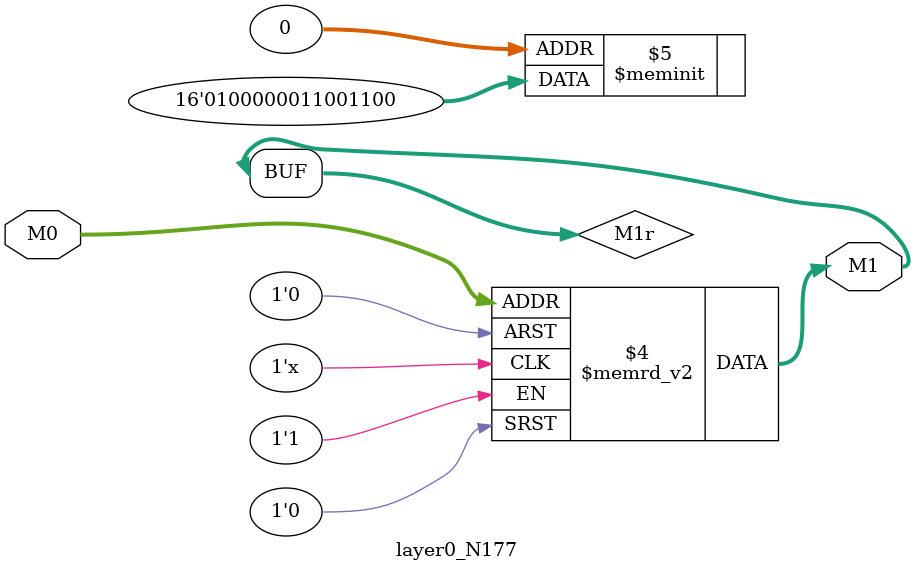
<source format=v>
module layer0_N177 ( input [2:0] M0, output [1:0] M1 );

	(*rom_style = "distributed" *) reg [1:0] M1r;
	assign M1 = M1r;
	always @ (M0) begin
		case (M0)
			3'b000: M1r = 2'b00;
			3'b100: M1r = 2'b00;
			3'b010: M1r = 2'b00;
			3'b110: M1r = 2'b00;
			3'b001: M1r = 2'b11;
			3'b101: M1r = 2'b00;
			3'b011: M1r = 2'b11;
			3'b111: M1r = 2'b01;

		endcase
	end
endmodule

</source>
